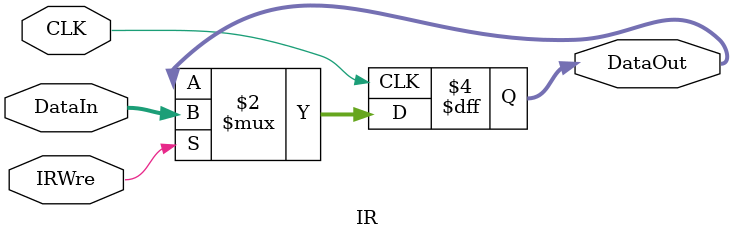
<source format=v>
`timescale 1ns / 1ps


module IR(
    input CLK,
    input IRWre,
    input [31:0] DataIn,
    output reg [31:0] DataOut
    );
    always @(posedge CLK) begin
        if (IRWre) begin
            DataOut <= DataIn;
        end
    end
endmodule

</source>
